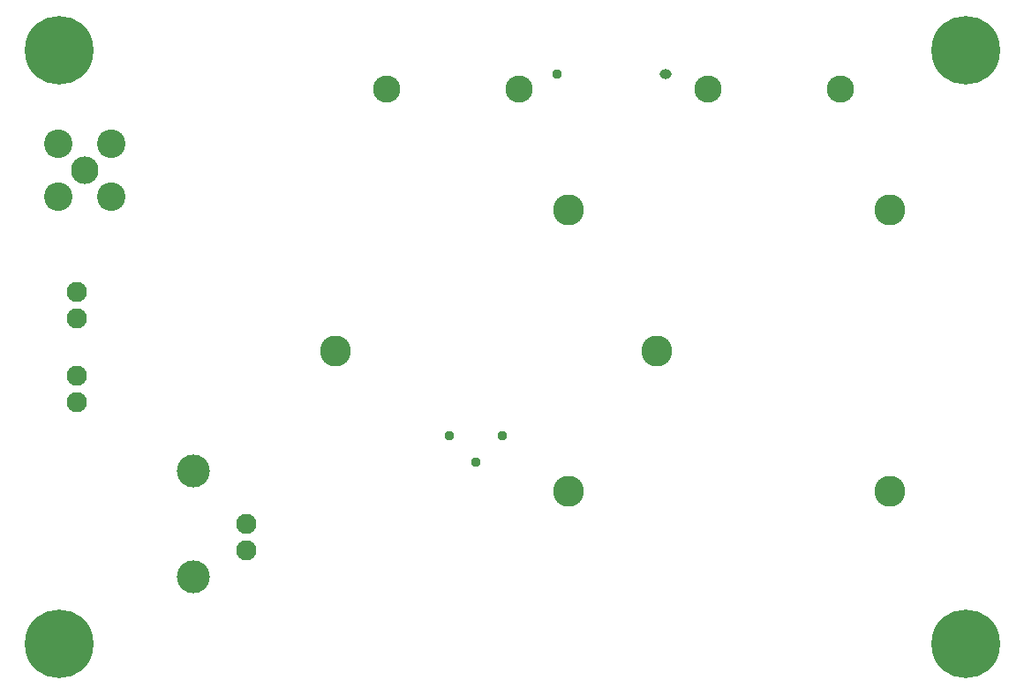
<source format=gbr>
%FSLAX46Y46*%
%MOMM*%
%AMPS15*
1,1,3.153000,0.000000,0.000000*
%
%ADD15PS15*%
%AMPS10*
1,1,2.740000,0.000000,0.000000*
%
%ADD10PS10*%
%AMPS16*
1,1,1.940000,0.000000,0.000000*
%
%ADD16PS16*%
%AMPS14*
1,1,2.610000,0.000000,0.000000*
%
%ADD14PS14*%
%AMPS11*
1,1,2.640000,0.000000,0.000000*
%
%ADD11PS11*%
%AMPS17*
1,1,1.940000,0.000000,0.000000*
%
%ADD17PS17*%
%AMPS18*
1,1,0.940000,0.000000,0.000000*
%
%ADD18PS18*%
%AMPS12*
1,1,6.590000,0.000000,0.000000*
%
%ADD12PS12*%
%AMPS13*
1,1,2.970000,0.000000,0.000000*
%
%ADD13PS13*%
%AMPS20*
1,1,0.940000,0.000000,0.000000*
%
%ADD20PS20*%
%AMPS19*
21,1,0.200000,0.940000,0.000000,0.000000,0.000000*
1,1,0.940000,0.100000,0.000000*
1,1,0.940000,-0.100000,0.000000*
%
%ADD19PS19*%
G01*
%LPD*%
G01*
%LPD*%
G75*
D10*
X3460000Y14460000D03*
D10*
X8540000Y14460000D03*
D10*
X8540000Y19540000D03*
D11*
X6000000Y17000000D03*
D10*
X3460000Y19540000D03*
D12*
X90500000Y28500000D03*
D13*
X52425000Y13160000D03*
D14*
X34985000Y24740000D03*
D14*
X47685000Y24740000D03*
D13*
X52425000Y-13810000D03*
D13*
X30075000Y-330000D03*
D15*
X16366000Y-22080000D03*
D16*
X21446000Y-17000000D03*
D15*
X16366000Y-11920000D03*
D16*
X21446000Y-19540000D03*
D17*
X5250000Y2730000D03*
D17*
X5250000Y5270000D03*
D18*
X46040000Y-8515000D03*
D18*
X43500000Y-11055000D03*
D18*
X40960000Y-8515000D03*
D12*
X3500000Y-28500000D03*
D12*
X3500000Y28500000D03*
D12*
X90500000Y-28500000D03*
D19*
X61700000Y26250000D03*
D20*
X51300000Y26250000D03*
D13*
X83175000Y13160000D03*
D14*
X65735000Y24740000D03*
D14*
X78435000Y24740000D03*
D13*
X83175000Y-13810000D03*
D13*
X60825000Y-330000D03*
D17*
X5250000Y-5270000D03*
D17*
X5250000Y-2730000D03*
M02*

</source>
